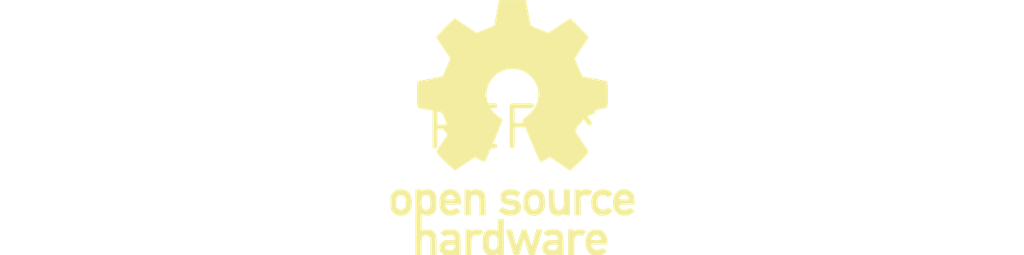
<source format=kicad_pcb>
(kicad_pcb (version 20240108) (generator pcbnew)
  (layers (0 "F.Cu" signal) (31 "B.Cu" signal) (34 "B.Paste" user) (35 "F.Paste" user) (36 "B.SilkS" user "B.Silkscreen") (37 "F.SilkS" user "F.Silkscreen") (38 "B.Mask" user) (39 "F.Mask" user) (44 "Edge.Cuts" user))
  (net 0 "")
  (footprint "OSHW-Logo_7.5x8mm_SilkScreen" (layer "F.Cu") (at 0 0)
    (property "Reference" "REF**")
    (property "Value" "OSHW-Logo_7.5x8mm_SilkScreen")
    (fp_poly (pts (xy 2.391388 1.937645) (xy 2.448865 1.955206) (xy 2.485872 1.977395) (xy 2.497927 1.994942) (xy 2.494609 2.015742) (xy 2.473079 2.048419) (xy 2.454874 2.071562) (xy 2.417344 2.113402) (xy 2.389148 2.131005) (xy 2.365111 2.129856) (xy 2.293808 2.11171) (xy 2.241442 2.112534) (xy 2.198918 2.133098) (xy 2.184642 2.145134) (xy 2.138947 2.187483) (xy 2.138947 2.740526) (xy 1.955131 2.740526) (xy 1.955131 1.938421) (xy 2.047039 1.938421) (xy 2.102219 1.940603) (xy 2.130688 1.948351) (xy 2.138943 1.963468) (xy 2.138947 1.963916) (xy 2.142845 1.979749) (xy 2.160474 1.977684) (xy 2.184901 1.966261) (xy 2.23535 1.945005) (xy 2.276316 1.932216) (xy 2.329028 1.928938) (xy 2.391388 1.937645)) (layer "F.SilkS") (stroke (width 0.01)) (fill solid))
    (fp_poly (pts (xy 2.173167 3.191447) (xy 2.237408 3.204112) (xy 2.27398 3.222864) (xy 2.312453 3.254017) (xy 2.257717 3.323127) (xy 2.223969 3.364979) (xy 2.201053 3.385398) (xy 2.178279 3.388517) (xy 2.144956 3.378472) (xy 2.129314 3.372789) (xy 2.065542 3.364404) (xy 2.00714 3.382378) (xy 1.964264 3.422982) (xy 1.957299 3.435929) (xy 1.949713 3.470224) (xy 1.943859 3.533427) (xy 1.940011 3.62106) (xy 1.938443 3.72864) (xy 1.938421 3.743944) (xy 1.938421 4.010526) (xy 1.754605 4.010526) (xy 1.754605 3.19171) (xy 1.846513 3.19171) (xy 1.899507 3.193094) (xy 1.927115 3.199252) (xy 1.937324 3.213194) (xy 1.938421 3.226344) (xy 1.938421 3.260978) (xy 1.98245 3.226344) (xy 2.032937 3.202716) (xy 2.10076 3.191033) (xy 2.173167 3.191447)) (layer "F.SilkS") (stroke (width 0.01)) (fill solid))
    (fp_poly (pts (xy -1.320119 3.193486) (xy -1.295112 3.200982) (xy -1.28705 3.217451) (xy -1.286711 3.224886) (xy -1.285264 3.245594) (xy -1.275302 3.248845) (xy -1.248388 3.234648) (xy -1.232402 3.224948) (xy -1.181967 3.204175) (xy -1.121728 3.193904) (xy -1.058566 3.193114) (xy -0.999363 3.200786) (xy -0.950998 3.215898) (xy -0.920354 3.237432) (xy -0.914311 3.264366) (xy -0.917361 3.27166) (xy -0.939594 3.301937) (xy -0.97407 3.339175) (xy -0.980306 3.345195) (xy -1.013167 3.372875) (xy -1.04152 3.381818) (xy -1.081173 3.375576) (xy -1.097058 3.371429) (xy -1.146491 3.361467) (xy -1.181248 3.365947) (xy -1.2106 3.381746) (xy -1.237487 3.402949) (xy -1.25729 3.429614) (xy -1.271052 3.466827) (xy -1.279816 3.519673) (xy -1.284626 3.593237) (xy -1.286526 3.692605) (xy -1.286711 3.752601) (xy -1.286711 4.010526) (xy -1.453816 4.010526) (xy -1.453816 3.19171) (xy -1.370264 3.19171) (xy -1.320119 3.193486)) (layer "F.SilkS") (stroke (width 0.01)) (fill solid))
    (fp_poly (pts (xy 1.320131 2.198533) (xy 1.32171 2.321089) (xy 1.327481 2.414179) (xy 1.338991 2.481651) (xy 1.35779 2.527355) (xy 1.385426 2.555139) (xy 1.423448 2.568854) (xy 1.470526 2.572358) (xy 1.519832 2.568432) (xy 1.557283 2.554089) (xy 1.584428 2.525478) (xy 1.602815 2.478751) (xy 1.613993 2.410058) (xy 1.619511 2.31555) (xy 1.620921 2.198533) (xy 1.620921 1.938421) (xy 1.804736 1.938421) (xy 1.804736 2.740526) (xy 1.712828 2.740526) (xy 1.657422 2.738281) (xy 1.628891 2.730396) (xy 1.620921 2.715428) (xy 1.61612 2.702097) (xy 1.597014 2.704917) (xy 1.558504 2.723783) (xy 1.470239 2.752887) (xy 1.376623 2.750825) (xy 1.286921 2.719221) (xy 1.244204 2.694257) (xy 1.211621 2.667226) (xy 1.187817 2.633405) (xy 1.171439 2.588068) (xy 1.161131 2.526489) (xy 1.155541 2.443943) (xy 1.153312 2.335705) (xy 1.153026 2.252004) (xy 1.153026 1.938421) (xy 1.320131 1.938421) (xy 1.320131 2.198533)) (layer "F.SilkS") (stroke (width 0.01)) (fill solid))
    (fp_poly (pts (xy -1.002043 1.952226) (xy -0.960454 1.97209) (xy -0.920175 2.000784) (xy -0.88949 2.033809) (xy -0.867139 2.075931) (xy -0.851864 2.131915) (xy -0.842408 2.206528) (xy -0.837513 2.304535) (xy -0.835919 2.430702) (xy -0.835894 2.443914) (xy -0.835527 2.740526) (xy -1.019343 2.740526) (xy -1.019343 2.467081) (xy -1.019473 2.365777) (xy -1.020379 2.292353) (xy -1.022827 2.241271) (xy -1.027586 2.20699) (xy -1.035426 2.183971) (xy -1.047115 2.166673) (xy -1.063398 2.149581) (xy -1.120366 2.112857) (xy -1.182555 2.106042) (xy -1.241801 2.129261) (xy -1.262405 2.146543) (xy -1.27753 2.162791) (xy -1.28839 2.180191) (xy -1.29569 2.204212) (xy -1.300137 2.240322) (xy -1.302436 2.293988) (xy -1.303296 2.37068) (xy -1.303422 2.464043) (xy -1.303422 2.740526) (xy -1.487237 2.740526) (xy -1.487237 1.938421) (xy -1.395329 1.938421) (xy -1.340149 1.940603) (xy -1.31168 1.948351) (xy -1.303425 1.963468) (xy -1.303422 1.963916) (xy -1.299592 1.97872) (xy -1.282699 1.97704) (xy -1.249112 1.960773) (xy -1.172937 1.93684) (xy -1.0858 1.934178) (xy -1.002043 1.952226)) (layer "F.SilkS") (stroke (width 0.01)) (fill solid))
    (fp_poly (pts (xy 2.946576 1.945419) (xy 3.043395 1.986549) (xy 3.07389 2.006571) (xy 3.112865 2.03734) (xy 3.137331 2.061533) (xy 3.141578 2.069413) (xy 3.129584 2.086899) (xy 3.098887 2.11657) (xy 3.074312 2.137279) (xy 3.007046 2.191336) (xy 2.95393 2.146642) (xy 2.912884 2.117789) (xy 2.872863 2.107829) (xy 2.827059 2.110261) (xy 2.754324 2.128345) (xy 2.704256 2.165881) (xy 2.673829 2.226562) (xy 2.660017 2.314081) (xy 2.660013 2.314136) (xy 2.661208 2.411958) (xy 2.679772 2.48373) (xy 2.716804 2.532595) (xy 2.74205 2.549143) (xy 2.809097 2.569749) (xy 2.880709 2.569762) (xy 2.943015 2.549768) (xy 2.957763 2.54) (xy 2.99475 2.515047) (xy 3.023668 2.510958) (xy 3.054856 2.52953) (xy 3.089336 2.562887) (xy 3.143912 2.619196) (xy 3.083318 2.669142) (xy 2.989698 2.725513) (xy 2.884125 2.753293) (xy 2.773798 2.751282) (xy 2.701343 2.732862) (xy 2.616656 2.68731) (xy 2.548927 2.61565) (xy 2.518157 2.565066) (xy 2.493236 2.492488) (xy 2.480766 2.400569) (xy 2.48067 2.300948) (xy 2.49287 2.205267) (xy 2.51729 2.125169) (xy 2.521136 2.116956) (xy 2.578093 2.036413) (xy 2.655209 1.977771) (xy 2.74639 1.942247) (xy 2.845543 1.931057) (xy 2.946576 1.945419)) (layer "F.SilkS") (stroke (width 0.01)) (fill solid))
    (fp_poly (pts (xy 0.811669 1.94831) (xy 0.896192 1.99434) (xy 0.962321 2.067006) (xy 0.993478 2.126106) (xy 1.006855 2.178305) (xy 1.015522 2.252719) (xy 1.019237 2.338442) (xy 1.017754 2.424569) (xy 1.010831 2.500193) (xy 1.002745 2.540584) (xy 0.975465 2.59584) (xy 0.92822 2.65453) (xy 0.871282 2.705852) (xy 0.814924 2.739005) (xy 0.81355 2.739531) (xy 0.743616 2.754018) (xy 0.660737 2.754377) (xy 0.581977 2.741188) (xy 0.551566 2.730617) (xy 0.473239 2.686201) (xy 0.417143 2.628007) (xy 0.380286 2.550965) (xy 0.35968 2.450001) (xy 0.355018 2.397116) (xy 0.355613 2.330663) (xy 0.534736 2.330663) (xy 0.54077 2.42763) (xy 0.558138 2.501523) (xy 0.58574 2.548736) (xy 0.605404 2.562237) (xy 0.655787 2.571651) (xy 0.715673 2.568864) (xy 0.767449 2.555316) (xy 0.781027 2.547862) (xy 0.816849 2.504451) (xy 0.840493 2.438014) (xy 0.850558 2.357161) (xy 0.845642 2.270502) (xy 0.834655 2.218349) (xy 0.803109 2.157951) (xy 0.753311 2.120197) (xy 0.693337 2.107143) (xy 0.631264 2.120849) (xy 0.583582 2.154372) (xy 0.558525 2.182031) (xy 0.5439 2.209294) (xy 0.536929 2.24619) (xy 0.534833 2.30275) (xy 0.534736 2.330663) (xy 0.355613 2.330663) (xy 0.356282 2.255994) (xy 0.379265 2.140271) (xy 0.423972 2.049941) (xy 0.490405 1.985) (xy 0.578565 1.945445) (xy 0.597495 1.940858) (xy 0.711266 1.93009) (xy 0.811669 1.94831)) (layer "F.SilkS") (stroke (width 0.01)) (fill solid))
    (fp_poly (pts (xy 0.37413 3.195104) (xy 0.44022 3.200066) (xy 0.526626 3.459079) (xy 0.613031 3.718092) (xy 0.640124 3.626184) (xy 0.656428 3.569384) (xy 0.677875 3.492625) (xy 0.701035 3.408251) (xy 0.71328 3.362993) (xy 0.759344 3.19171) (xy 0.949387 3.19171) (xy 0.892582 3.371349) (xy 0.864607 3.459704) (xy 0.830813 3.566281) (xy 0.79552 3.677454) (xy 0.764013 3.776579) (xy 0.69225 4.002171) (xy 0.537286 4.012253) (xy 0.49527 3.873528) (xy 0.469359 3.787351) (xy 0.441083 3.692347) (xy 0.416369 3.608441) (xy 0.415394 3.605102) (xy 0.396935 3.548248) (xy 0.380649 3.509456) (xy 0.369242 3.494787) (xy 0.366898 3.496483) (xy 0.358671 3.519225) (xy 0.343038 3.56794) (xy 0.321904 3.636502) (xy 0.29717 3.718785) (xy 0.283787 3.764046) (xy 0.211311 4.010526) (xy 0.057495 4.010526) (xy -0.065469 3.622006) (xy -0.100012 3.513022) (xy -0.131479 3.414048) (xy -0.158384 3.329736) (xy -0.179241 3.264734) (xy -0.192562 3.223692) (xy -0.196612 3.211701) (xy -0.193406 3.199423) (xy -0.168235 3.194046) (xy -0.115854 3.194584) (xy -0.107655 3.19499) (xy -0.010518 3.200066) (xy 0.0531 3.434013) (xy 0.076484 3.519333) (xy 0.097381 3.594335) (xy 0.113951 3.652507) (xy 0.124354 3.687337) (xy 0.126276 3.693016) (xy 0.134241 3.686486) (xy 0.150304 3.652654) (xy 0.172621 3.596127) (xy 0.199345 3.52151) (xy 0.221937 3.454107) (xy 0.308041 3.190143) (xy 0.37413 3.195104)) (layer "F.SilkS") (stroke (width 0.01)) (fill solid))
    (fp_poly (pts (xy -3.373216 1.947104) (xy -3.285795 1.985754) (xy -3.21943 2.05029) (xy -3.174024 2.140812) (xy -3.149482 2.257418) (xy -3.147723 2.275624) (xy -3.146344 2.403984) (xy -3.164216 2.516496) (xy -3.20025 2.607688) (xy -3.219545 2.637022) (xy -3.286755 2.699106) (xy -3.37235 2.739316) (xy -3.46811 2.756003) (xy -3.565813 2.747517) (xy -3.640083 2.72138) (xy -3.703953 2.677335) (xy -3.756154 2.619587) (xy -3.757057 2.618236) (xy -3.778256 2.582593) (xy -3.792033 2.546752) (xy -3.800376 2.501519) (xy -3.805273 2.437701) (xy -3.807431 2.385368) (xy -3.808329 2.33791) (xy -3.641257 2.33791) (xy -3.639624 2.385154) (xy -3.633696 2.448046) (xy -3.623239 2.488407) (xy -3.604381 2.517122) (xy -3.586719 2.533896) (xy -3.524106 2.569016) (xy -3.458592 2.57371) (xy -3.397579 2.54844) (xy -3.367072 2.520124) (xy -3.345089 2.491589) (xy -3.332231 2.464284) (xy -3.326588 2.42875) (xy -3.326249 2.375524) (xy -3.327988 2.326506) (xy -3.331729 2.256482) (xy -3.337659 2.211064) (xy -3.348347 2.18144) (xy -3.366361 2.158797) (xy -3.380637 2.145855) (xy -3.440349 2.11186) (xy -3.504766 2.110165) (xy -3.558781 2.130301) (xy -3.60486 2.172352) (xy -3.632311 2.241428) (xy -3.641257 2.33791) (xy -3.808329 2.33791) (xy -3.809401 2.281299) (xy -3.806036 2.203468) (xy -3.795955 2.14493) (xy -3.777774 2.098737) (xy -3.75011 2.057942) (xy -3.739854 2.045828) (xy -3.675722 1.985474) (xy -3.606934 1.95022) (xy -3.522811 1.93545) (xy -3.481791 1.934243) (xy -3.373216 1.947104)) (layer "F.SilkS") (stroke (width 0.01)) (fill solid))
    (fp_poly (pts (xy -0.267369 4.010526) (xy -0.359277 4.010526) (xy -0.412623 4.008962) (xy -0.440407 4.002485) (xy -0.45041 3.988418) (xy -0.451185 3.978906) (xy -0.452872 3.959832) (xy -0.46351 3.956174) (xy -0.491465 3.967932) (xy -0.513205 3.978906) (xy -0.596668 4.004911) (xy -0.687396 4.006416) (xy -0.761158 3.987021) (xy -0.829846 3.940165) (xy -0.882206 3.871004) (xy -0.910878 3.789427) (xy -0.911608 3.784866) (xy -0.915868 3.735101) (xy -0.917986 3.663659) (xy -0.917816 3.609626) (xy -0.73528 3.609626) (xy -0.731051 3.681441) (xy -0.721432 3.740634) (xy -0.70841 3.77406) (xy -0.659144 3.81974) (xy -0.60065 3.836115) (xy -0.540329 3.822873) (xy -0.488783 3.783373) (xy -0.469262 3.756807) (xy -0.457848 3.725106) (xy -0.452502 3.678832) (xy -0.451185 3.609328) (xy -0.453542 3.540499) (xy -0.459767 3.480026) (xy -0.468592 3.439556) (xy -0.470063 3.435929) (xy -0.505653 3.392802) (xy -0.5576 3.369124) (xy -0.615722 3.365301) (xy -0.66984 3.381738) (xy -0.709774 3.41884) (xy -0.713917 3.426222) (xy -0.726884 3.471239) (xy -0.733948 3.535967) (xy -0.73528 3.609626) (xy -0.917816 3.609626) (xy -0.917729 3.58223) (xy -0.916528 3.538405) (xy -0.908355 3.429988) (xy -0.89137 3.348588) (xy -0.863113 3.288412) (xy -0.821128 3.243666) (xy -0.780368 3.2174) (xy -0.723419 3.198935) (xy -0.652589 3.192602) (xy -0.580059 3.19776) (xy -0.518014 3.213769) (xy -0.485232 3.23292) (xy -0.451185 3.263732) (xy -0.451185 2.87421) (xy -0.267369 2.87421) (xy -0.267369 4.010526)) (layer "F.SilkS") (stroke (width 0.01)) (fill solid))
    (fp_poly (pts (xy 3.558784 1.935554) (xy 3.601574 1.945949) (xy 3.683609 1.984013) (xy 3.753757 2.042149) (xy 3.802305 2.111852) (xy 3.808975 2.127502) (xy 3.818124 2.168496) (xy 3.824529 2.229138) (xy 3.82671 2.29043) (xy 3.82671 2.406316) (xy 3.584407 2.406316) (xy 3.484471 2.406693) (xy 3.414069 2.408987) (xy 3.369313 2.414938) (xy 3.346315 2.426285) (xy 3.341189 2.444771) (xy 3.350048 2.472136) (xy 3.365917 2.504155) (xy 3.410184 2.557592) (xy 3.471699 2.584215) (xy 3.546885 2.583347) (xy 3.632053 2.554371) (xy 3.705659 2.518611) (xy 3.766734 2.566904) (xy 3.82781 2.615197) (xy 3.770351 2.668285) (xy 3.693641 2.718445) (xy 3.599302 2.748688) (xy 3.497827 2.757151) (xy 3.399711 2.741974) (xy 3.383881 2.736824) (xy 3.297647 2.691791) (xy 3.233501 2.624652) (xy 3.190091 2.533405) (xy 3.166064 2.416044) (xy 3.165784 2.413529) (xy 3.163633 2.285627) (xy 3.172329 2.239997) (xy 3.342105 2.239997) (xy 3.357697 2.247013) (xy 3.400029 2.252388) (xy 3.462434 2.255457) (xy 3.501981 2.255921) (xy 3.575728 2.25563) (xy 3.62184 2.253783) (xy 3.6461 2.248912) (xy 3.654294 2.239555) (xy 3.652206 2.224245) (xy 3.650455 2.218322) (xy 3.62056 2.162668) (xy 3.573542 2.117815) (xy 3.532049 2.098105) (xy 3.476926 2.099295) (xy 3.421068 2.123875) (xy 3.374212 2.16457) (xy 3.346094 2.214108) (xy 3.342105 2.239997) (xy 3.172329 2.239997) (xy 3.185074 2.173133) (xy 3.227611 2.078727) (xy 3.288747 2.005088) (xy 3.365985 1.954893) (xy 3.45683 1.930822) (xy 3.558784 1.935554)) (layer "F.SilkS") (stroke (width 0.01)) (fill solid))
    (fp_poly (pts (xy 0.018628 1.935547) (xy 0.081908 1.947548) (xy 0.147557 1.972648) (xy 0.154572 1.975848) (xy 0.204356 2.002026) (xy 0.238834 2.026353) (xy 0.249978 2.041937) (xy 0.239366 2.067353) (xy 0.213588 2.104853) (xy 0.202146 2.118852) (xy 0.154992 2.173954) (xy 0.094201 2.138086) (xy 0.036347 2.114192) (xy -0.0305 2.10142) (xy -0.094606 2.100613) (xy -0.144236 2.112615) (xy -0.156146 2.120105) (xy -0.178828 2.15445) (xy -0.181584 2.194013) (xy -0.164612 2.22492) (xy -0.154573 2.230913) (xy -0.12449 2.238357) (xy -0.071611 2.247106) (xy -0.006425 2.255467) (xy 0.0056 2.256778) (xy 0.110297 2.274888) (xy 0.186232 2.305651) (xy 0.236592 2.351907) (xy 0.264564 2.416497) (xy 0.273278 2.495387) (xy 0.26124 2.585065) (xy 0.222151 2.655486) (xy 0.155855 2.706777) (xy 0.062194 2.739067) (xy -0.041777 2.751807) (xy -0.126562 2.751654) (xy -0.195335 2.740083) (xy -0.242303 2.724109) (xy -0.30165 2.696275) (xy -0.356494 2.663973) (xy -0.375987 2.649755) (xy -0.426119 2.608835) (xy -0.305197 2.486477) (xy -0.236457 2.531967) (xy -0.167512 2.566133) (xy -0.093889 2.584004) (xy -0.023117 2.585889) (xy 0.037274 2.572101) (xy 0.079757 2.542949) (xy 0.093474 2.518352) (xy 0.091417 2.478904) (xy 0.05733 2.448737) (xy -0.008692 2.427906) (xy -0.081026 2.418279) (xy -0.192348 2.39991) (xy -0.275048 2.365254) (xy -0.330235 2.313297) (xy -0.359012 2.243023) (xy -0.362999 2.159707) (xy -0.343307 2.072681) (xy -0.298411 2.006902) (xy -0.227909 1.962068) (xy -0.131399 1.937879) (xy -0.0599 1.933137) (xy 0.018628 1.935547)) (layer "F.SilkS") (stroke (width 0.01)) (fill solid))
    (fp_poly (pts (xy 2.701193 3.196078) (xy 2.781068 3.216845) (xy 2.847962 3.259705) (xy 2.880351 3.291723) (xy 2.933445 3.367413) (xy 2.963873 3.455216) (xy 2.974327 3.56315) (xy 2.97438 3.571875) (xy 2.974473 3.659605) (xy 2.469534 3.659605) (xy 2.480298 3.705559) (xy 2.499732 3.747178) (xy 2.533745 3.790544) (xy 2.54086 3.797467) (xy 2.602003 3.834935) (xy 2.671729 3.841289) (xy 2.751987 3.816638) (xy 2.765592 3.81) (xy 2.807319 3.789819) (xy 2.835268 3.778321) (xy 2.840145 3.777258) (xy 2.857168 3.787583) (xy 2.889633 3.812845) (xy 2.906114 3.82665) (xy 2.940264 3.858361) (xy 2.951478 3.879299) (xy 2.943695 3.89856) (xy 2.939535 3.903827) (xy 2.911357 3.926878) (xy 2.864862 3.954892) (xy 2.832434 3.971246) (xy 2.740385 4.000059) (xy 2.638476 4.009395) (xy 2.541963 3.998332) (xy 2.514934 3.990412) (xy 2.431276 3.945581) (xy 2.369266 3.876598) (xy 2.328545 3.782794) (xy 2.308755 3.663498) (xy 2.306582 3.601118) (xy 2.312926 3.510298) (xy 2.473157 3.510298) (xy 2.488655 3.517012) (xy 2.530312 3.52228) (xy 2.590876 3.525389) (xy 2.631907 3.525921) (xy 2.705711 3.525408) (xy 2.752293 3.523006) (xy 2.777848 3.517422) (xy 2.788569 3.507361) (xy 2.790657 3.492763) (xy 2.776331 3.447796) (xy 2.740262 3.403353) (xy 2.692815 3.369242) (xy 2.645349 3.355288) (xy 2.580879 3.367666) (xy 2.52507 3.403452) (xy 2.486374 3.455033) (xy 2.473157 3.510298) (xy 2.312926 3.510298) (xy 2.315821 3.468866) (xy 2.344336 3.363498) (xy 2.392729 3.284178) (xy 2.461604 3.230071) (xy 2.551565 3.200343) (xy 2.6003 3.194618) (xy 2.701193 3.196078)) (layer "F.SilkS") (stroke (width 0.01)) (fill solid))
    (fp_poly (pts (xy -1.802982 1.957027) (xy -1.78633 1.964866) (xy -1.728695 2.007086) (xy -1.674195 2.0687) (xy -1.633501 2.136543) (xy -1.621926 2.167734) (xy -1.611366 2.223449) (xy -1.605069 2.290781) (xy -1.604304 2.318585) (xy -1.604211 2.406316) (xy -2.10915 2.406316) (xy -2.098387 2.45227) (xy -2.071967 2.50662) (xy -2.025778 2.553591) (xy -1.970828 2.583848) (xy -1.935811 2.590131) (xy -1.888323 2.582506) (xy -1.831665 2.563383) (xy -1.812418 2.554584) (xy -1.741241 2.519036) (xy -1.680498 2.565367) (xy -1.645448 2.596703) (xy -1.626798 2.622567) (xy -1.625853 2.630158) (xy -1.642515 2.648556) (xy -1.67903 2.676515) (xy -1.712172 2.698327) (xy -1.801607 2.737537) (xy -1.901871 2.755285) (xy -2.001246 2.75067) (xy -2.080461 2.726551) (xy -2.16212 2.674884) (xy -2.220151 2.606856) (xy -2.256454 2.518843) (xy -2.272928 2.407216) (xy -2.274389 2.356138) (xy -2.268543 2.239091) (xy -2.267825 2.235686) (xy -2.100511 2.235686) (xy -2.095903 2.246662) (xy -2.076964 2.252715) (xy -2.037902 2.25531) (xy -1.972923 2.25591) (xy -1.947903 2.255921) (xy -1.871779 2.255014) (xy -1.823504 2.25172) (xy -1.79754 2.245181) (xy -1.788352 2.234537) (xy -1.788027 2.231119) (xy -1.798513 2.203956) (xy -1.824758 2.165903) (xy -1.836041 2.152579) (xy -1.877928 2.114896) (xy -1.921591 2.10008) (xy -1.945115 2.098842) (xy -2.008757 2.114329) (xy -2.062127 2.15593) (xy -2.095981 2.216353) (xy -2.096581 2.218322) (xy -2.100511 2.235686) (xy -2.267825 2.235686) (xy -2.249101 2.146928) (xy -2.214078 2.07319) (xy -2.171244 2.020848) (xy -2.092052 1.964092) (xy -1.99896 1.933762) (xy -1.899945 1.931021) (xy -1.802982 1.957027)) (layer "F.SilkS") (stroke (width 0.01)) (fill solid))
    (fp_poly (pts (xy 1.379992 3.196673) (xy 1.450427 3.21378) (xy 1.470787 3.222844) (xy 1.510253 3.246583) (xy 1.540541 3.273321) (xy 1.562952 3.307699) (xy 1.578786 3.35436) (xy 1.589343 3.417946) (xy 1.595924 3.503099) (xy 1.599828 3.614462) (xy 1.60131 3.688849) (xy 1.606765 4.010526) (xy 1.51358 4.010526) (xy 1.457047 4.008156) (xy 1.427922 4.000055) (xy 1.420394 3.986451) (xy 1.41642 3.971741) (xy 1.398652 3.974554) (xy 1.37444 3.986348) (xy 1.313828 4.004427) (xy 1.235929 4.009299) (xy 1.153995 4.00133) (xy 1.081281 3.980889) (xy 1.074759 3.978051) (xy 1.008302 3.931365) (xy 0.964491 3.866464) (xy 0.944332 3.7906) (xy 0.945872 3.763344) (xy 1.110345 3.763344) (xy 1.124837 3.800024) (xy 1.167805 3.826309) (xy 1.237129 3.840417) (xy 1.274177 3.84229) (xy 1.335919 3.837494) (xy 1.37696 3.818858) (xy 1.386973 3.81) (xy 1.4141 3.761806) (xy 1.420394 3.718092) (xy 1.420394 3.659605) (xy 1.33893 3.659605) (xy 1.244234 3.664432) (xy 1.177813 3.679613) (xy 1.135846 3.7062) (xy 1.126449 3.718052) (xy 1.110345 3.763344) (xy 0.945872 3.763344) (xy 0.948829 3.711026) (xy 0.978985 3.634995) (xy 1.020131 3.583612) (xy 1.045052 3.561397) (xy 1.069448 3.546798) (xy 1.101191 3.537897) (xy 1.148152 3.532775) (xy 1.218204 3.529515) (xy 1.24599 3.528577) (xy 1.420394 3.522879) (xy 1.420138 3.470091) (xy 1.413384 3.414603) (xy 1.388964 3.381052) (xy 1.33963 3.359618) (xy 1.338306 3.359236) (xy 1.26836 3.350808) (xy 1.199914 3.361816) (xy 1.149047 3.388585) (xy 1.128637 3.401803) (xy 1.106654 3.399974) (xy 1.072826 3.380824) (xy 1.052961 3.367308) (xy 1.014106 3.338432) (xy 0.990038 3.316786) (xy 0.986176 3.310589) (xy 1.002079 3.278519) (xy 1.049065 3.240219) (xy 1.069473 3.227297) (xy 1.128143 3.205041) (xy 1.207212 3.192432) (xy 1.295041 3.1896) (xy 1.379992 3.196673)) (layer "F.SilkS") (stroke (width 0.01)) (fill solid))
    (fp_poly (pts (xy -1.839543 3.198184) (xy -1.76093 3.21916) (xy -1.701084 3.25718) (xy -1.658853 3.306978) (xy -1.645725 3.32823) (xy -1.636032 3.350492) (xy -1.629256 3.37897) (xy -1.624877 3.418871) (xy -1.622376 3.475401) (xy -1.621232 3.553767) (xy -1.620928 3.659176) (xy -1.620922 3.687142) (xy -1.620922 4.010526) (xy -1.701132 4.010526) (xy -1.752294 4.006943) (xy -1.790123 3.997866) (xy -1.799601 3.992268) (xy -1.825512 3.982606) (xy -1.851976 3.992268) (xy -1.895548 4.00433) (xy -1.95884 4.009185) (xy -2.02899 4.007078) (xy -2.09314 3.998256) (xy -2.130593 3.986937) (xy -2.203067 3.940412) (xy -2.24836 3.875846) (xy -2.268722 3.79) (xy -2.268912 3.787796) (xy -2.267125 3.749713) (xy -2.105527 3.749713) (xy -2.091399 3.79303) (xy -2.068388 3.817408) (xy -2.022196 3.835845) (xy -1.961225 3.843205) (xy -1.899051 3.839583) (xy -1.849249 3.825074) (xy -1.835297 3.815765) (xy -1.810915 3.772753) (xy -1.804737 3.723857) (xy -1.804737 3.659605) (xy -1.897182 3.659605) (xy -1.985005 3.666366) (xy -2.051582 3.68552) (xy -2.092998 3.715376) (xy -2.105527 3.749713) (xy -2.267125 3.749713) (xy -2.26451 3.694004) (xy -2.233576 3.619847) (xy -2.175419 3.563767) (xy -2.16738 3.558665) (xy -2.132837 3.542055) (xy -2.090082 3.531996) (xy -2.030314 3.527107) (xy -1.95931 3.525983) (xy -1.804737 3.525921) (xy -1.804737 3.461125) (xy -1.811294 3.41085) (xy -1.828025 3.377169) (xy -1.829984 3.375376) (xy -1.867217 3.360642) (xy -1.92342 3.354931) (xy -1.985533 3.357737) (xy -2.04049 3.368556) (xy -2.073101 3.384782) (xy -2.090772 3.39778) (xy -2.109431 3.400262) (xy -2.135181 3.389613) (xy -2.174127 3.363218) (xy -2.23237 3.318465) (xy -2.237716 3.314273) (xy -2.234977 3.29876) (xy -2.212124 3.27296) (xy -2.177391 3.244289) (xy -2.13901 3.220166) (xy -2.126952 3.21447) (xy -2.082966 3.203103) (xy -2.018513 3.194995) (xy -1.946503 3.191743) (xy -1.943136 3.191736) (xy -1.839543 3.198184)) (layer "F.SilkS") (stroke (width 0.01)) (fill solid))
    (fp_poly (pts (xy -2.53664 1.952468) (xy -2.501408 1.969874) (xy -2.45796 2.000206) (xy -2.426294 2.033283) (xy -2.404606 2.074817) (xy -2.391097 2.130522) (xy -2.383962 2.206111) (xy -2.3814 2.307296) (xy -2.38125 2.350797) (xy -2.381688 2.446135) (xy -2.383504 2.514271) (xy -2.387455 2.561418) (xy -2.394298 2.59379) (xy -2.404789 2.6176) (xy -2.415704 2.633843) (xy -2.485381 2.702952) (xy -2.567434 2.744521) (xy -2.65595 2.757023) (xy -2.745019 2.738934) (xy -2.773237 2.726142) (xy -2.84079 2.690931) (xy -2.84079 3.2427) (xy -2.791488 3.217205) (xy -2.726527 3.19748) (xy -2.64668 3.192427) (xy -2.566948 3.201756) (xy -2.506735 3.222714) (xy -2.456792 3.262627) (xy -2.414119 3.319741) (xy -2.41091 3.325605) (xy -2.397378 3.353227) (xy -2.387495 3.381068) (xy -2.380691 3.414794) (xy -2.376399 3.460071) (xy -2.374049 3.522562) (xy -2.373072 3.607935) (xy -2.372895 3.70401) (xy -2.372895 4.010526) (xy -2.556711 4.010526) (xy -2.556711 3.445339) (xy -2.608125 3.402077) (xy -2.661534 3.367472) (xy -2.712112 3.36118) (xy -2.76297 3.377372) (xy -2.790075 3.393227) (xy -2.810249 3.41581) (xy -2.824597 3.44994) (xy -2.834224 3.500434) (xy -2.840237 3.572111) (xy -2.84374 3.669788) (xy -2.844974 3.734802) (xy -2.849145 4.002171) (xy -2.936875 4.007222) (xy -3.024606 4.012273) (xy -3.024606 2.353101) (xy -2.84079 2.353101) (xy -2.836104 2.4456) (xy -2.820312 2.509809) (xy -2.790817 2.549759) (xy -2.74502 2.56948) (xy -2.69875 2.573421) (xy -2.646372 2.568892) (xy -2.61161 2.551069) (xy -2.589872 2.527519) (xy -2.57276 2.502189) (xy -2.562573 2.473969) (xy -2.55804 2.434431) (xy -2.557891 2.375142) (xy -2.559416 2.325498) (xy -2.562919 2.25071) (xy -2.568133 2.201611) (xy -2.576913 2.170467) (xy -2.591114 2.149545) (xy -2.604516 2.137452) (xy -2.660513 2.111081) (xy -2.726789 2.106822) (xy -2.764844 2.115906) (xy -2.802523 2.148196) (xy -2.827481 2.211006) (xy -2.839578 2.303894) (xy -2.84079 2.353101) (xy -3.024606 2.353101) (xy -3.024606 1.938421) (xy -2.932698 1.938421) (xy -2.877517 1.940603) (xy -2.849048 1.948351) (xy -2.840794 1.963468) (xy -2.84079 1.963916) (xy -2.83696 1.97872) (xy -2.820067 1.977039) (xy -2.786481 1.960772) (xy -2.708222 1.935887) (xy -2.620173 1.933271) (xy -2.53664 1.952468)) (layer "F.SilkS") (stroke (width 0.01)) (fill solid))
    (fp_poly (pts (xy 0.500964 -3.601424) (xy 0.576513 -3.200678) (xy 1.134041 -2.970846) (xy 1.468465 -3.198252) (xy 1.562122 -3.261569) (xy 1.646782 -3.318104) (xy 1.718495 -3.365273) (xy 1.773311 -3.400498) (xy 1.80728 -3.421195) (xy 1.81653 -3.425658) (xy 1.833195 -3.41418) (xy 1.868806 -3.382449) (xy 1.919371 -3.334517) (xy 1.9809 -3.274438) (xy 2.049399 -3.206267) (xy 2.120879 -3.134055) (xy 2.191347 -3.061858) (xy 2.256811 -2.993727) (xy 2.31328 -2.933717) (xy 2.356763 -2.885881) (xy 2.383268 -2.854273) (xy 2.389605 -2.843695) (xy 2.380486 -2.824194) (xy 2.35492 -2.781469) (xy 2.315597 -2.719702) (xy 2.265203 -2.643069) (xy 2.206427 -2.555752) (xy 2.172368 -2.505948) (xy 2.110289 -2.415007) (xy 2.055126 -2.332941) (xy 2.009554 -2.263837) (xy 1.97625 -2.211778) (xy 1.95789 -2.18085) (xy 1.955131 -2.17435) (xy 1.961385 -2.155879) (xy 1.978434 -2.112828) (xy 2.003703 -2.051251) (xy 2.034622 -1.977201) (xy 2.068618 -1.89673) (xy 2.103118 -1.815893) (xy 2.135551 -1.740742) (xy 2.163343 -1.677329) (xy 2.183923 -1.631707) (xy 2.194719 -1.609931) (xy 2.195356 -1.609074) (xy 2.212307 -1.604916) (xy 2.257451 -1.595639) (xy 2.32611 -1.582156) (xy 2.413602 -1.565379) (xy 2.51525 -1.546219) (xy 2.574556 -1.53517) (xy 2.683172 -1.51449) (xy 2.781277 -1.494811) (xy 2.863909 -1.477211) (xy 2.926104 -1.462767) (xy 2.962899 -1.452554) (xy 2.970296 -1.449314) (xy 2.97754 -1.427383) (xy 2.983385 -1.377853) (xy 2.987835 -1.306515) (xy 2.990893 -1.219161) (xy 2.992565 -1.121583) (xy 2.992853 -1.019574) (xy 2.991761 -0.918925) (xy 2.989294 -0.825428) (xy 2.985456 -0.744875) (xy 2.98025 -0.683058) (xy 2.973681 -0.64577) (xy 2.969741 -0.638007) (xy 2.946188 -0.628702) (xy 2.896282 -0.6154) (xy 2.826623 -0.599663) (xy 2.743813 -0.583054) (xy 2.714905 -0.577681) (xy 2.575531 -0.552152) (xy 2.465436 -0.531592) (xy 2.380982 -0.515185) (xy 2.31853 -0.502113) (xy 2.274444 -0.491559) (xy 2.245085 -0.482706) (xy 2.226815 -0.474737) (xy 2.215998 -0.466835) (xy 2.214485 -0.465273) (xy 2.199377 -0.440114) (xy 2.176329 -0.39115) (xy 2.147644 -0.324379) (xy 2.115622 -0.245795) (xy 2.082565 -0.161393) (xy 2.050773 -0.07717) (xy 2.022549 0.000879) (xy 2.000193 0.066759) (xy 1.986007 0.114473) (xy 1.982293 0.138027) (xy 1.982602 0.138852) (xy 1.995189 0.158104) (xy 2.023744 0.200463) (xy 2.065267 0.261521) (xy 2.116756 0.336868) (xy 2.175211 0.422096) (xy 2.191858 0.446315) (xy 2.251215 0.534123) (xy 2.303447 0.614238) (xy 2.345708 0.682062) (xy 2.375153 0.732993) (xy 2.388937 0.762431) (xy 2.389605 0.766048) (xy 2.378024 0.785057) (xy 2.346024 0.822714) (xy 2.297718 0.874973) (xy 2.23722 0.937786) (xy 2.168644 1.007106) (xy 2.096104 1.078885) (xy 2.023712 1.149077) (xy 1.955584 1.213635) (xy 1.895832 1.26851) (xy 1.848571 1.309656) (xy 1.817913 1.333026) (xy 1.809432 1.336842) (xy 1.789691 1.327855) (xy 1.749274 1.303616) (xy 1.694763 1.268209) (xy 1.652823 1.239711) (xy 1.576829 1.187418) (xy 1.486834 1.125845) (xy 1.396564 1.06437) (xy 1.348032 1.031469) (xy 1.183762 0.920359) (xy 1.045869 0.994916) (xy 0.983049 1.027578) (xy 0.929629 1.052966) (xy 0.893484 1.067446) (xy 0.884284 1.06946) (xy 0.873221 1.054584) (xy 0.851394 1.012547) (xy 0.820434 0.947227) (xy 0.78197 0.8625) (xy 0.737632 0.762245) (xy 0.689047 0.650339) (xy 0.637846 0.530659) (xy 0.585659 0.407084) (xy 0.534113 0.283491) (xy 0.48484 0.163757) (xy 0.439467 0.051759) (xy 0.399625 -0.048623) (xy 0.366942 -0.133514) (xy 0.343049 -0.199035) (xy 0.329574 -0.24131) (xy 0.327406 -0.255828) (xy 0.344583 -0.274347) (xy 0.38219 -0.30441) (xy 0.432366 -0.339768) (xy 0.436578 -0.342566) (xy 0.566264 -0.446375) (xy 0.670834 -0.567485) (xy 0.749381 -0.702024) (xy 0.800999 -0.846118) (xy 0.824782 -0.995895) (xy 0.819823 -1.147483) (xy 0.785217 -1.297008) (xy 0.720057 -1.4406) (xy 0.700886 -1.472016) (xy 0.601174 -1.598875) (xy 0.483377 -1.700745) (xy 0.351571 -1.777096) (xy 0.209833 -1.827398) (xy 0.062242 -1.851121) (xy -0.087127 -1.847735) (xy -0.234197 -1.816712) (xy -0.374889 -1.75752) (xy -0.505127 -1.669631) (xy -0.545414 -1.633958) (xy -0.647945 -1.522294) (xy -0.722659 -1.404743) (xy -0.77391 -1.27298) (xy -0.802454 -1.142493) (xy -0.8095 -0.995784) (xy -0.786004 -0.848347) (xy -0.734351 -0.705166) (xy -0.656929 -0.571223) (xy -0.556125 -0.451502) (xy -0.434324 -0.350986) (xy -0.418316 -0.340391) (xy -0.367602 -0.305694) (xy -0.32905 -0.27563) (xy -0.310619 -0.256435) (xy -0.310351 -0.255828) (xy -0.314308 -0.235064) (xy -0.329993 -0.187938) (xy -0.355778 -0.118327) (xy -0.390031 -0.030107) (xy -0.431123 0.072844) (xy -0.477424 0.18665) (xy -0.527304 0.307435) (xy -0.579133 0.431321) (xy -0.631281 0.554432) (xy -0.682118 0.672891) (xy -0.730013 0.782823) (xy -0.773338 0.880349) (xy -0.810462 0.961593) (xy -0.839756 1.022679) (xy -0.859588 1.05973) (xy -0.867574 1.06946) (xy -0.891979 1.061883) (xy -0.937642 1.04156) (xy -0.99669 1.012125) (xy -1.02916 0.994916) (xy -1.167053 0.920359) (xy -1.331323 1.031469) (xy -1.415179 1.08839) (xy -1.506987 1.15103) (xy -1.59302 1.210011) (xy -1.636113 1.239711) (xy -1.696723 1.28041) (xy -1.748045 1.312663) (xy -1.783385 1.332384) (xy -1.794863 1.336554) (xy -1.81157 1.325307) (xy -1.848546 1.293911) (xy -1.902205 1.245624) (xy -1.968962 1.183708) (xy -2.045234 1.111421) (xy -2.093473 1.065008) (xy -2.177867 0.982087) (xy -2.250803 0.90792) (xy -2.309331 0.84568) (xy -2.350503 0.798541) (xy -2.371372 0.769673) (xy -2.373374 0.763815) (xy -2.364083 0.741532) (xy -2.338409 0.696477) (xy -2.2992 0.633211) (xy -2.249303 0.556295) (xy -2.191567 0.470292) (xy -2.175149 0.446315) (xy -2.115323 0.35917) (xy -2.06165 0.28071) (xy -2.01713 0.215345) (xy -1.984765 0.167484) (xy -1.967555 0.141535) (xy -1.965893 0.138852) (xy -1.968379 0.118172) (xy -1.981577 0.072704) (xy -2.003186 0.008444) (xy -2.030904 -0.068613) (xy -2.06243 -0.152471) (xy -2.095463 -0.237134) (xy -2.127701 -0.316608) (xy -2.156843 -0.384896) (xy -2.180588 -0.436003) (xy -2.196635 -0.463933) (xy -2.197775 -0.465273) (xy -2.207588 -0.473255) (xy -2.224161 -0.481149) (xy -2.251132 -0.489771) (xy -2.292139 -0.499938) (xy -2.35082 -0.512469) (xy -2.430813 -0.528179) (xy -2.535755 -0.547887) (xy -2.669285 -0.572408) (xy -2.698196 -0.577681) (xy -2.783882 -0.594236) (xy -2.858582 -0.610431) (xy -2.915694 -0.624704) (xy -2.948617 -0.635492) (xy -2.953031 -0.638007) (xy -2.960306 -0.660304) (xy -2.966219 -0.710131) (xy -2.970766 -0.781696) (xy -2.973945 -0.869207) (xy -2.975749 -0.966872) (xy -2.976177 -1.068899) (xy -2.975223 -1.169497) (xy -2.972884 -1.262873) (xy -2.969156 -1.343235) (xy -2.964034 -1.404791) (xy -2.957516 -1.44175) (xy -2.953586 -1.449314) (xy -2.931708 -1.456944) (xy -2.881891 -1.469358) (xy -2.809097 -1.485478) (xy -2.718289 -1.504227) (xy -2.614431 -1.524529) (xy -2.557846 -1.53517) (xy -2.450486 -1.55524) (xy -2.354746 -1.57342) (xy -2.275306 -1.588801) (xy -2.216846 -1.600469) (xy -2.184045 -1.607512) (xy -2.178646 -1.609074) (xy -2.169522 -1.626678) (xy -2.150235 -1.669082) (xy -2.123355 -1.730228) (xy -2.091454 -1.804057) (xy -2.057102 -1.884511) (xy -2.022871 -1.965532) (xy -1.991331 -2.041063) (xy -1.965054 -2.105045) (xy -1.946611 -2.15142) (xy -1.938571 -2.174131) (xy -1.938422 -2.175124) (xy -1.947535 -2.193039) (xy -1.973086 -2.234267) (xy -2.012388 -2.294709) (xy -2.062757 -2.370269) (xy -2.121506 -2.456848) (xy -2.155658 -2.506579) (xy -2.21789 -2.597764) (xy -2.273164 -2.680551) (xy -2.318782 -2.750751) (xy -2.352048 -2.804176) (xy -2.370264 -2.836639) (xy -2.372895 -2.843917) (xy -2.361586 -2.860855) (xy -2.330319 -2.897022) (xy -2.28309 -2.948365) (xy -2.223892 -3.010833) (xy -2.156719 -3.080374) (xy -2.085566 -3.152935) (xy -2.014426 -3.224465) (xy -1.947293 -3.290913) (xy -1.888161 -3.348226) (xy -1.841025 -3.392353) (xy -1.809877 -3.419241) (xy -1.799457 -3.425658) (xy -1.782491 -3.416635) (xy -1.741911 -3.391285) (xy -1.681663 -3.35219) (xy -1.605693 -3.301929) (xy -1.517946 -3.243083) (xy -1.451756 -3.198252) (xy -1.117332 -2.970846) (xy -0.838567 -3.085762) (xy -0.559803 -3.200678) (xy -0.484254 -3.601424) (xy -0.408706 -4.002171) (xy 0.425415 -4.002171) (xy 0.500964 -3.601424)) (layer "F.SilkS") (stroke (width 0.01)) (fill solid))
  )
)
</source>
